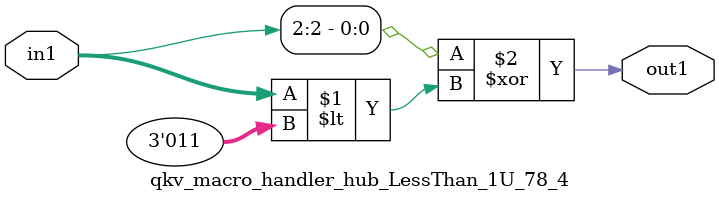
<source format=v>

`timescale 1ps / 1ps


module qkv_macro_handler_hub_LessThan_1U_78_4( in1, out1 );

    input [2:0] in1;
    output out1;

    
    // rtl_process:qkv_macro_handler_hub_LessThan_1U_78_4/qkv_macro_handler_hub_LessThan_1U_78_4_thread_1
    assign out1 = (in1[2] ^ in1 < 3'd3);

endmodule



</source>
